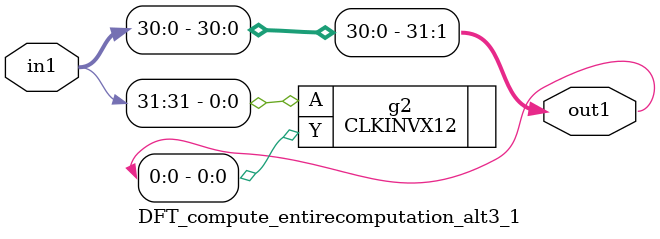
<source format=v>
`timescale 1ps / 1ps


module DFT_compute_entirecomputation_alt3_1(in1, out1);
  input [31:0] in1;
  output [31:0] out1;
  wire [31:0] in1;
  wire [31:0] out1;
  assign out1[1] = in1[0];
  assign out1[2] = in1[1];
  assign out1[3] = in1[2];
  assign out1[4] = in1[3];
  assign out1[5] = in1[4];
  assign out1[6] = in1[5];
  assign out1[7] = in1[6];
  assign out1[8] = in1[7];
  assign out1[9] = in1[8];
  assign out1[10] = in1[9];
  assign out1[11] = in1[10];
  assign out1[12] = in1[11];
  assign out1[13] = in1[12];
  assign out1[14] = in1[13];
  assign out1[15] = in1[14];
  assign out1[16] = in1[15];
  assign out1[17] = in1[16];
  assign out1[18] = in1[17];
  assign out1[19] = in1[18];
  assign out1[20] = in1[19];
  assign out1[21] = in1[20];
  assign out1[22] = in1[21];
  assign out1[23] = in1[22];
  assign out1[24] = in1[23];
  assign out1[25] = in1[24];
  assign out1[26] = in1[25];
  assign out1[27] = in1[26];
  assign out1[28] = in1[27];
  assign out1[29] = in1[28];
  assign out1[30] = in1[29];
  assign out1[31] = in1[30];
  CLKINVX12 g2(.A (in1[31]), .Y (out1[0]));
endmodule



</source>
